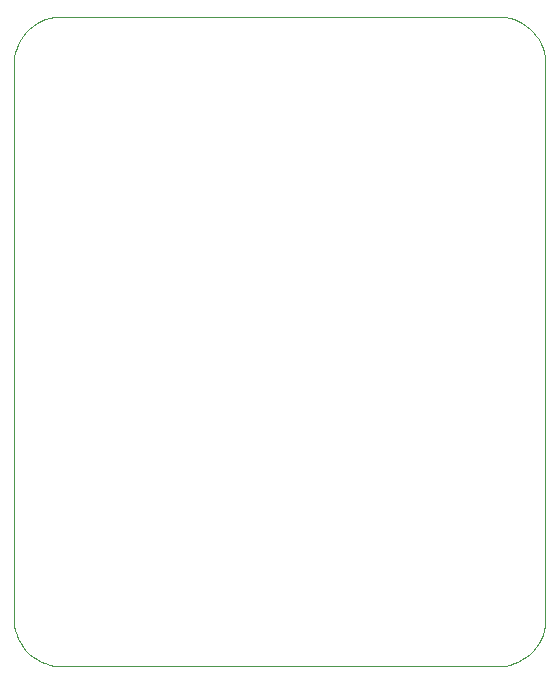
<source format=gbr>
%TF.GenerationSoftware,KiCad,Pcbnew,(6.0.5-0)*%
%TF.CreationDate,2022-06-05T15:38:57+08:00*%
%TF.ProjectId,SCO_D_V0.2,53434f5f-445f-4563-902e-322e6b696361,rev?*%
%TF.SameCoordinates,Original*%
%TF.FileFunction,Profile,NP*%
%FSLAX46Y46*%
G04 Gerber Fmt 4.6, Leading zero omitted, Abs format (unit mm)*
G04 Created by KiCad (PCBNEW (6.0.5-0)) date 2022-06-05 15:38:57*
%MOMM*%
%LPD*%
G01*
G04 APERTURE LIST*
%TA.AperFunction,Profile*%
%ADD10C,0.100000*%
%TD*%
G04 APERTURE END LIST*
%TO.C,SCOD1*%
D10*
X240196393Y-34588390D02*
X240587288Y-34626889D01*
X240972526Y-34703518D01*
X241348399Y-34817538D01*
X241711286Y-34967851D01*
X242057692Y-35153009D01*
X242384282Y-35371229D01*
X242687909Y-35620410D01*
X242965651Y-35898152D01*
X243214831Y-36201780D01*
X243433051Y-36528369D01*
X243618209Y-36874776D01*
X243768521Y-37237663D01*
X243882541Y-37613536D01*
X243959169Y-37998774D01*
X243997669Y-38389669D01*
X244000000Y-38586062D01*
X244000000Y-85586062D01*
X243997614Y-85782451D01*
X243959112Y-86173339D01*
X243882483Y-86558570D01*
X243768464Y-86934436D01*
X243618152Y-87297316D01*
X243432996Y-87643715D01*
X243214778Y-87970298D01*
X242965601Y-88273919D01*
X242687863Y-88551655D01*
X242384241Y-88800831D01*
X242057656Y-89019046D01*
X241711256Y-89204200D01*
X241348375Y-89354510D01*
X240972509Y-89468527D01*
X240587277Y-89545154D01*
X240196389Y-89583653D01*
X240000000Y-89586062D01*
X203000000Y-89586062D01*
X202803611Y-89583653D01*
X202412724Y-89545153D01*
X202027494Y-89468526D01*
X201651629Y-89354508D01*
X201288749Y-89204198D01*
X200942350Y-89019044D01*
X200615767Y-88800828D01*
X200312146Y-88551652D01*
X200034410Y-88273916D01*
X199785234Y-87970295D01*
X199567018Y-87643712D01*
X199381864Y-87297313D01*
X199231554Y-86934433D01*
X199117536Y-86558568D01*
X199040909Y-86173338D01*
X199002409Y-85782451D01*
X199000000Y-85586062D01*
X199000000Y-38586062D01*
X199002336Y-38389669D01*
X199040835Y-37998775D01*
X199117464Y-37613537D01*
X199231483Y-37237664D01*
X199381795Y-36874778D01*
X199566953Y-36528372D01*
X199785172Y-36201782D01*
X200034353Y-35898155D01*
X200312094Y-35620413D01*
X200615721Y-35371233D01*
X200942310Y-35153013D01*
X201288716Y-34967855D01*
X201651603Y-34817542D01*
X202027475Y-34703523D01*
X202412713Y-34626894D01*
X202803607Y-34588394D01*
X203000000Y-34586062D01*
X240000000Y-34586062D01*
X240196393Y-34588390D01*
%TD*%
M02*

</source>
